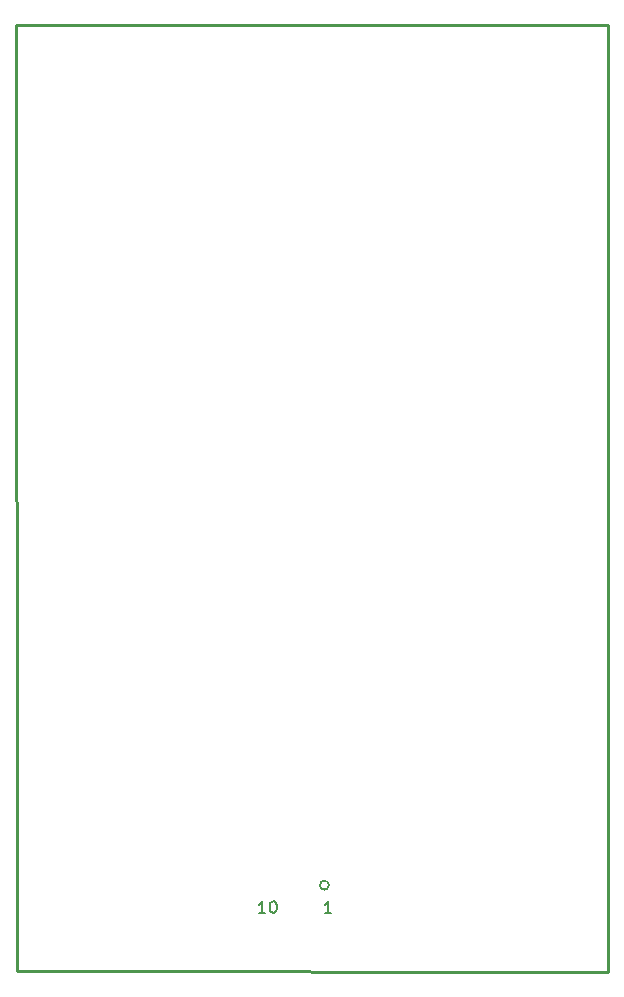
<source format=gbr>
%TF.GenerationSoftware,KiCad,Pcbnew,5.1.7-a382d34a8~87~ubuntu16.04.1*%
%TF.CreationDate,2020-11-09T07:45:18+07:00*%
%TF.ProjectId,sama5d27_som1_ek-sharp_ls0xx_lcd-adapter,73616d61-3564-4323-975f-736f6d315f65,rev?*%
%TF.SameCoordinates,Original*%
%TF.FileFunction,Legend,Bot*%
%TF.FilePolarity,Positive*%
%FSLAX46Y46*%
G04 Gerber Fmt 4.6, Leading zero omitted, Abs format (unit mm)*
G04 Created by KiCad (PCBNEW 5.1.7-a382d34a8~87~ubuntu16.04.1) date 2020-11-09 07:45:18*
%MOMM*%
%LPD*%
G01*
G04 APERTURE LIST*
%TA.AperFunction,Profile*%
%ADD10C,0.250000*%
%TD*%
%ADD11C,0.152400*%
%ADD12C,0.150000*%
G04 APERTURE END LIST*
D10*
X162400000Y-102650000D02*
X162375000Y-22525000D01*
X212450000Y-102675000D02*
X162400000Y-102650000D01*
X212475000Y-22525000D02*
X212450000Y-102675000D01*
X162375000Y-22525000D02*
X212475000Y-22525000D01*
D11*
%TO.C,J2*%
X188831000Y-95345000D02*
G75*
G03*
X188831000Y-95345000I-381000J0D01*
G01*
%TD*%
%TO.C,J2*%
D12*
X183454723Y-97702380D02*
X182883295Y-97702380D01*
X183169009Y-97702380D02*
X183169009Y-96702380D01*
X183073771Y-96845238D01*
X182978533Y-96940476D01*
X182883295Y-96988095D01*
X184073771Y-96702380D02*
X184169009Y-96702380D01*
X184264247Y-96750000D01*
X184311866Y-96797619D01*
X184359485Y-96892857D01*
X184407104Y-97083333D01*
X184407104Y-97321428D01*
X184359485Y-97511904D01*
X184311866Y-97607142D01*
X184264247Y-97654761D01*
X184169009Y-97702380D01*
X184073771Y-97702380D01*
X183978533Y-97654761D01*
X183930914Y-97607142D01*
X183883295Y-97511904D01*
X183835676Y-97321428D01*
X183835676Y-97083333D01*
X183883295Y-96892857D01*
X183930914Y-96797619D01*
X183978533Y-96750000D01*
X184073771Y-96702380D01*
X183454723Y-97702380D02*
X182883295Y-97702380D01*
X183169009Y-97702380D02*
X183169009Y-96702380D01*
X183073771Y-96845238D01*
X182978533Y-96940476D01*
X182883295Y-96988095D01*
X184073771Y-96702380D02*
X184169009Y-96702380D01*
X184264247Y-96750000D01*
X184311866Y-96797619D01*
X184359485Y-96892857D01*
X184407104Y-97083333D01*
X184407104Y-97321428D01*
X184359485Y-97511904D01*
X184311866Y-97607142D01*
X184264247Y-97654761D01*
X184169009Y-97702380D01*
X184073771Y-97702380D01*
X183978533Y-97654761D01*
X183930914Y-97607142D01*
X183883295Y-97511904D01*
X183835676Y-97321428D01*
X183835676Y-97083333D01*
X183883295Y-96892857D01*
X183930914Y-96797619D01*
X183978533Y-96750000D01*
X184073771Y-96702380D01*
X189040514Y-97702380D02*
X188469085Y-97702380D01*
X188754800Y-97702380D02*
X188754800Y-96702380D01*
X188659561Y-96845238D01*
X188564323Y-96940476D01*
X188469085Y-96988095D01*
X189040514Y-97702380D02*
X188469085Y-97702380D01*
X188754800Y-97702380D02*
X188754800Y-96702380D01*
X188659561Y-96845238D01*
X188564323Y-96940476D01*
X188469085Y-96988095D01*
%TD*%
M02*

</source>
